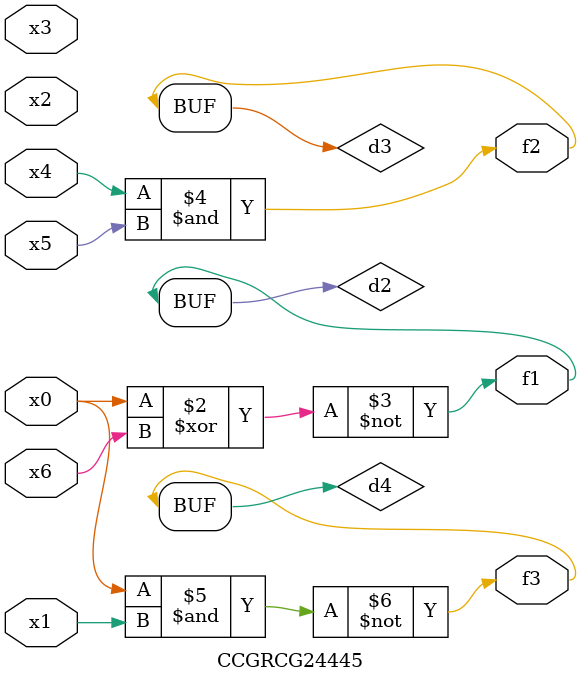
<source format=v>
module CCGRCG24445(
	input x0, x1, x2, x3, x4, x5, x6,
	output f1, f2, f3
);

	wire d1, d2, d3, d4;

	nor (d1, x0);
	xnor (d2, x0, x6);
	and (d3, x4, x5);
	nand (d4, x0, x1);
	assign f1 = d2;
	assign f2 = d3;
	assign f3 = d4;
endmodule

</source>
